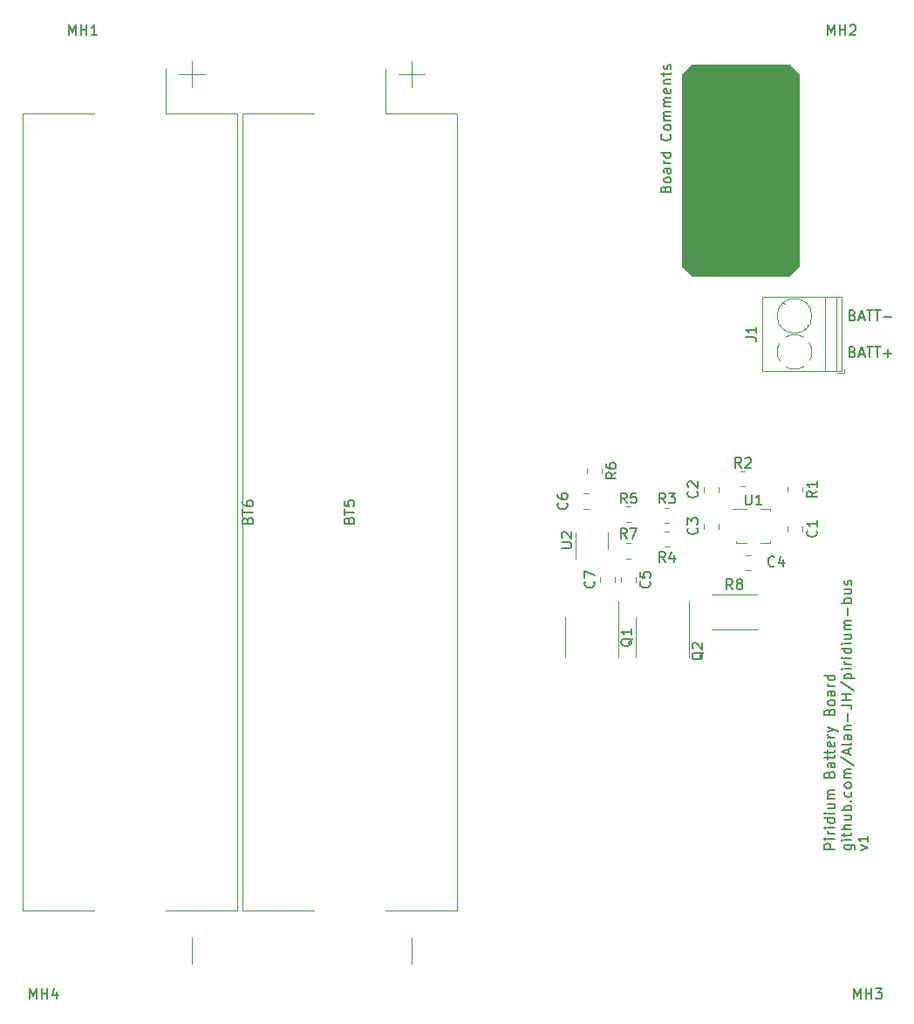
<source format=gbr>
%TF.GenerationSoftware,KiCad,Pcbnew,6.0.9*%
%TF.CreationDate,2022-12-14T22:15:18-05:00*%
%TF.ProjectId,piridium-eps,70697269-6469-4756-9d2d-6570732e6b69,rev?*%
%TF.SameCoordinates,Original*%
%TF.FileFunction,Legend,Top*%
%TF.FilePolarity,Positive*%
%FSLAX46Y46*%
G04 Gerber Fmt 4.6, Leading zero omitted, Abs format (unit mm)*
G04 Created by KiCad (PCBNEW 6.0.9) date 2022-12-14 22:15:18*
%MOMM*%
%LPD*%
G01*
G04 APERTURE LIST*
%ADD10C,0.150000*%
%ADD11C,0.120000*%
G04 APERTURE END LIST*
D10*
X185205904Y-79684571D02*
X185348761Y-79732190D01*
X185396380Y-79779809D01*
X185444000Y-79875047D01*
X185444000Y-80017904D01*
X185396380Y-80113142D01*
X185348761Y-80160761D01*
X185253523Y-80208380D01*
X184872571Y-80208380D01*
X184872571Y-79208380D01*
X185205904Y-79208380D01*
X185301142Y-79256000D01*
X185348761Y-79303619D01*
X185396380Y-79398857D01*
X185396380Y-79494095D01*
X185348761Y-79589333D01*
X185301142Y-79636952D01*
X185205904Y-79684571D01*
X184872571Y-79684571D01*
X185824952Y-79922666D02*
X186301142Y-79922666D01*
X185729714Y-80208380D02*
X186063047Y-79208380D01*
X186396380Y-80208380D01*
X186586857Y-79208380D02*
X187158285Y-79208380D01*
X186872571Y-80208380D02*
X186872571Y-79208380D01*
X187348761Y-79208380D02*
X187920190Y-79208380D01*
X187634476Y-80208380D02*
X187634476Y-79208380D01*
X188253523Y-79827428D02*
X189015428Y-79827428D01*
X167060571Y-67453595D02*
X167108190Y-67310738D01*
X167155809Y-67263119D01*
X167251047Y-67215500D01*
X167393904Y-67215500D01*
X167489142Y-67263119D01*
X167536761Y-67310738D01*
X167584380Y-67405976D01*
X167584380Y-67786928D01*
X166584380Y-67786928D01*
X166584380Y-67453595D01*
X166632000Y-67358357D01*
X166679619Y-67310738D01*
X166774857Y-67263119D01*
X166870095Y-67263119D01*
X166965333Y-67310738D01*
X167012952Y-67358357D01*
X167060571Y-67453595D01*
X167060571Y-67786928D01*
X167584380Y-66644071D02*
X167536761Y-66739309D01*
X167489142Y-66786928D01*
X167393904Y-66834547D01*
X167108190Y-66834547D01*
X167012952Y-66786928D01*
X166965333Y-66739309D01*
X166917714Y-66644071D01*
X166917714Y-66501214D01*
X166965333Y-66405976D01*
X167012952Y-66358357D01*
X167108190Y-66310738D01*
X167393904Y-66310738D01*
X167489142Y-66358357D01*
X167536761Y-66405976D01*
X167584380Y-66501214D01*
X167584380Y-66644071D01*
X167584380Y-65453595D02*
X167060571Y-65453595D01*
X166965333Y-65501214D01*
X166917714Y-65596452D01*
X166917714Y-65786928D01*
X166965333Y-65882166D01*
X167536761Y-65453595D02*
X167584380Y-65548833D01*
X167584380Y-65786928D01*
X167536761Y-65882166D01*
X167441523Y-65929785D01*
X167346285Y-65929785D01*
X167251047Y-65882166D01*
X167203428Y-65786928D01*
X167203428Y-65548833D01*
X167155809Y-65453595D01*
X167584380Y-64977404D02*
X166917714Y-64977404D01*
X167108190Y-64977404D02*
X167012952Y-64929785D01*
X166965333Y-64882166D01*
X166917714Y-64786928D01*
X166917714Y-64691690D01*
X167584380Y-63929785D02*
X166584380Y-63929785D01*
X167536761Y-63929785D02*
X167584380Y-64025023D01*
X167584380Y-64215500D01*
X167536761Y-64310738D01*
X167489142Y-64358357D01*
X167393904Y-64405976D01*
X167108190Y-64405976D01*
X167012952Y-64358357D01*
X166965333Y-64310738D01*
X166917714Y-64215500D01*
X166917714Y-64025023D01*
X166965333Y-63929785D01*
X167489142Y-62120261D02*
X167536761Y-62167880D01*
X167584380Y-62310738D01*
X167584380Y-62405976D01*
X167536761Y-62548833D01*
X167441523Y-62644071D01*
X167346285Y-62691690D01*
X167155809Y-62739309D01*
X167012952Y-62739309D01*
X166822476Y-62691690D01*
X166727238Y-62644071D01*
X166632000Y-62548833D01*
X166584380Y-62405976D01*
X166584380Y-62310738D01*
X166632000Y-62167880D01*
X166679619Y-62120261D01*
X167584380Y-61548833D02*
X167536761Y-61644071D01*
X167489142Y-61691690D01*
X167393904Y-61739309D01*
X167108190Y-61739309D01*
X167012952Y-61691690D01*
X166965333Y-61644071D01*
X166917714Y-61548833D01*
X166917714Y-61405976D01*
X166965333Y-61310738D01*
X167012952Y-61263119D01*
X167108190Y-61215500D01*
X167393904Y-61215500D01*
X167489142Y-61263119D01*
X167536761Y-61310738D01*
X167584380Y-61405976D01*
X167584380Y-61548833D01*
X167584380Y-60786928D02*
X166917714Y-60786928D01*
X167012952Y-60786928D02*
X166965333Y-60739309D01*
X166917714Y-60644071D01*
X166917714Y-60501214D01*
X166965333Y-60405976D01*
X167060571Y-60358357D01*
X167584380Y-60358357D01*
X167060571Y-60358357D02*
X166965333Y-60310738D01*
X166917714Y-60215500D01*
X166917714Y-60072642D01*
X166965333Y-59977404D01*
X167060571Y-59929785D01*
X167584380Y-59929785D01*
X167584380Y-59453595D02*
X166917714Y-59453595D01*
X167012952Y-59453595D02*
X166965333Y-59405976D01*
X166917714Y-59310738D01*
X166917714Y-59167880D01*
X166965333Y-59072642D01*
X167060571Y-59025023D01*
X167584380Y-59025023D01*
X167060571Y-59025023D02*
X166965333Y-58977404D01*
X166917714Y-58882166D01*
X166917714Y-58739309D01*
X166965333Y-58644071D01*
X167060571Y-58596452D01*
X167584380Y-58596452D01*
X167536761Y-57739309D02*
X167584380Y-57834547D01*
X167584380Y-58025023D01*
X167536761Y-58120261D01*
X167441523Y-58167880D01*
X167060571Y-58167880D01*
X166965333Y-58120261D01*
X166917714Y-58025023D01*
X166917714Y-57834547D01*
X166965333Y-57739309D01*
X167060571Y-57691690D01*
X167155809Y-57691690D01*
X167251047Y-58167880D01*
X166917714Y-57263119D02*
X167584380Y-57263119D01*
X167012952Y-57263119D02*
X166965333Y-57215500D01*
X166917714Y-57120261D01*
X166917714Y-56977404D01*
X166965333Y-56882166D01*
X167060571Y-56834547D01*
X167584380Y-56834547D01*
X166917714Y-56501214D02*
X166917714Y-56120261D01*
X166584380Y-56358357D02*
X167441523Y-56358357D01*
X167536761Y-56310738D01*
X167584380Y-56215500D01*
X167584380Y-56120261D01*
X167536761Y-55834547D02*
X167584380Y-55739309D01*
X167584380Y-55548833D01*
X167536761Y-55453595D01*
X167441523Y-55405976D01*
X167393904Y-55405976D01*
X167298666Y-55453595D01*
X167251047Y-55548833D01*
X167251047Y-55691690D01*
X167203428Y-55786928D01*
X167108190Y-55834547D01*
X167060571Y-55834547D01*
X166965333Y-55786928D01*
X166917714Y-55691690D01*
X166917714Y-55548833D01*
X166965333Y-55453595D01*
X183500380Y-131490404D02*
X182500380Y-131490404D01*
X182500380Y-131109452D01*
X182548000Y-131014214D01*
X182595619Y-130966595D01*
X182690857Y-130918976D01*
X182833714Y-130918976D01*
X182928952Y-130966595D01*
X182976571Y-131014214D01*
X183024190Y-131109452D01*
X183024190Y-131490404D01*
X183500380Y-130490404D02*
X182833714Y-130490404D01*
X182500380Y-130490404D02*
X182548000Y-130538023D01*
X182595619Y-130490404D01*
X182548000Y-130442785D01*
X182500380Y-130490404D01*
X182595619Y-130490404D01*
X183500380Y-130014214D02*
X182833714Y-130014214D01*
X183024190Y-130014214D02*
X182928952Y-129966595D01*
X182881333Y-129918976D01*
X182833714Y-129823738D01*
X182833714Y-129728500D01*
X183500380Y-129395166D02*
X182833714Y-129395166D01*
X182500380Y-129395166D02*
X182548000Y-129442785D01*
X182595619Y-129395166D01*
X182548000Y-129347547D01*
X182500380Y-129395166D01*
X182595619Y-129395166D01*
X183500380Y-128490404D02*
X182500380Y-128490404D01*
X183452761Y-128490404D02*
X183500380Y-128585642D01*
X183500380Y-128776119D01*
X183452761Y-128871357D01*
X183405142Y-128918976D01*
X183309904Y-128966595D01*
X183024190Y-128966595D01*
X182928952Y-128918976D01*
X182881333Y-128871357D01*
X182833714Y-128776119D01*
X182833714Y-128585642D01*
X182881333Y-128490404D01*
X183500380Y-128014214D02*
X182833714Y-128014214D01*
X182500380Y-128014214D02*
X182548000Y-128061833D01*
X182595619Y-128014214D01*
X182548000Y-127966595D01*
X182500380Y-128014214D01*
X182595619Y-128014214D01*
X182833714Y-127109452D02*
X183500380Y-127109452D01*
X182833714Y-127538023D02*
X183357523Y-127538023D01*
X183452761Y-127490404D01*
X183500380Y-127395166D01*
X183500380Y-127252309D01*
X183452761Y-127157071D01*
X183405142Y-127109452D01*
X183500380Y-126633261D02*
X182833714Y-126633261D01*
X182928952Y-126633261D02*
X182881333Y-126585642D01*
X182833714Y-126490404D01*
X182833714Y-126347547D01*
X182881333Y-126252309D01*
X182976571Y-126204690D01*
X183500380Y-126204690D01*
X182976571Y-126204690D02*
X182881333Y-126157071D01*
X182833714Y-126061833D01*
X182833714Y-125918976D01*
X182881333Y-125823738D01*
X182976571Y-125776119D01*
X183500380Y-125776119D01*
X182976571Y-124204690D02*
X183024190Y-124061833D01*
X183071809Y-124014214D01*
X183167047Y-123966595D01*
X183309904Y-123966595D01*
X183405142Y-124014214D01*
X183452761Y-124061833D01*
X183500380Y-124157071D01*
X183500380Y-124538023D01*
X182500380Y-124538023D01*
X182500380Y-124204690D01*
X182548000Y-124109452D01*
X182595619Y-124061833D01*
X182690857Y-124014214D01*
X182786095Y-124014214D01*
X182881333Y-124061833D01*
X182928952Y-124109452D01*
X182976571Y-124204690D01*
X182976571Y-124538023D01*
X183500380Y-123109452D02*
X182976571Y-123109452D01*
X182881333Y-123157071D01*
X182833714Y-123252309D01*
X182833714Y-123442785D01*
X182881333Y-123538023D01*
X183452761Y-123109452D02*
X183500380Y-123204690D01*
X183500380Y-123442785D01*
X183452761Y-123538023D01*
X183357523Y-123585642D01*
X183262285Y-123585642D01*
X183167047Y-123538023D01*
X183119428Y-123442785D01*
X183119428Y-123204690D01*
X183071809Y-123109452D01*
X182833714Y-122776119D02*
X182833714Y-122395166D01*
X182500380Y-122633261D02*
X183357523Y-122633261D01*
X183452761Y-122585642D01*
X183500380Y-122490404D01*
X183500380Y-122395166D01*
X182833714Y-122204690D02*
X182833714Y-121823738D01*
X182500380Y-122061833D02*
X183357523Y-122061833D01*
X183452761Y-122014214D01*
X183500380Y-121918976D01*
X183500380Y-121823738D01*
X183452761Y-121109452D02*
X183500380Y-121204690D01*
X183500380Y-121395166D01*
X183452761Y-121490404D01*
X183357523Y-121538023D01*
X182976571Y-121538023D01*
X182881333Y-121490404D01*
X182833714Y-121395166D01*
X182833714Y-121204690D01*
X182881333Y-121109452D01*
X182976571Y-121061833D01*
X183071809Y-121061833D01*
X183167047Y-121538023D01*
X183500380Y-120633261D02*
X182833714Y-120633261D01*
X183024190Y-120633261D02*
X182928952Y-120585642D01*
X182881333Y-120538023D01*
X182833714Y-120442785D01*
X182833714Y-120347547D01*
X182833714Y-120109452D02*
X183500380Y-119871357D01*
X182833714Y-119633261D02*
X183500380Y-119871357D01*
X183738476Y-119966595D01*
X183786095Y-120014214D01*
X183833714Y-120109452D01*
X182976571Y-118157071D02*
X183024190Y-118014214D01*
X183071809Y-117966595D01*
X183167047Y-117918976D01*
X183309904Y-117918976D01*
X183405142Y-117966595D01*
X183452761Y-118014214D01*
X183500380Y-118109452D01*
X183500380Y-118490404D01*
X182500380Y-118490404D01*
X182500380Y-118157071D01*
X182548000Y-118061833D01*
X182595619Y-118014214D01*
X182690857Y-117966595D01*
X182786095Y-117966595D01*
X182881333Y-118014214D01*
X182928952Y-118061833D01*
X182976571Y-118157071D01*
X182976571Y-118490404D01*
X183500380Y-117347547D02*
X183452761Y-117442785D01*
X183405142Y-117490404D01*
X183309904Y-117538023D01*
X183024190Y-117538023D01*
X182928952Y-117490404D01*
X182881333Y-117442785D01*
X182833714Y-117347547D01*
X182833714Y-117204690D01*
X182881333Y-117109452D01*
X182928952Y-117061833D01*
X183024190Y-117014214D01*
X183309904Y-117014214D01*
X183405142Y-117061833D01*
X183452761Y-117109452D01*
X183500380Y-117204690D01*
X183500380Y-117347547D01*
X183500380Y-116157071D02*
X182976571Y-116157071D01*
X182881333Y-116204690D01*
X182833714Y-116299928D01*
X182833714Y-116490404D01*
X182881333Y-116585642D01*
X183452761Y-116157071D02*
X183500380Y-116252309D01*
X183500380Y-116490404D01*
X183452761Y-116585642D01*
X183357523Y-116633261D01*
X183262285Y-116633261D01*
X183167047Y-116585642D01*
X183119428Y-116490404D01*
X183119428Y-116252309D01*
X183071809Y-116157071D01*
X183500380Y-115680880D02*
X182833714Y-115680880D01*
X183024190Y-115680880D02*
X182928952Y-115633261D01*
X182881333Y-115585642D01*
X182833714Y-115490404D01*
X182833714Y-115395166D01*
X183500380Y-114633261D02*
X182500380Y-114633261D01*
X183452761Y-114633261D02*
X183500380Y-114728500D01*
X183500380Y-114918976D01*
X183452761Y-115014214D01*
X183405142Y-115061833D01*
X183309904Y-115109452D01*
X183024190Y-115109452D01*
X182928952Y-115061833D01*
X182881333Y-115014214D01*
X182833714Y-114918976D01*
X182833714Y-114728500D01*
X182881333Y-114633261D01*
X184443714Y-131061833D02*
X185253238Y-131061833D01*
X185348476Y-131109452D01*
X185396095Y-131157071D01*
X185443714Y-131252309D01*
X185443714Y-131395166D01*
X185396095Y-131490404D01*
X185062761Y-131061833D02*
X185110380Y-131157071D01*
X185110380Y-131347547D01*
X185062761Y-131442785D01*
X185015142Y-131490404D01*
X184919904Y-131538023D01*
X184634190Y-131538023D01*
X184538952Y-131490404D01*
X184491333Y-131442785D01*
X184443714Y-131347547D01*
X184443714Y-131157071D01*
X184491333Y-131061833D01*
X185110380Y-130585642D02*
X184443714Y-130585642D01*
X184110380Y-130585642D02*
X184158000Y-130633261D01*
X184205619Y-130585642D01*
X184158000Y-130538023D01*
X184110380Y-130585642D01*
X184205619Y-130585642D01*
X184443714Y-130252309D02*
X184443714Y-129871357D01*
X184110380Y-130109452D02*
X184967523Y-130109452D01*
X185062761Y-130061833D01*
X185110380Y-129966595D01*
X185110380Y-129871357D01*
X185110380Y-129538023D02*
X184110380Y-129538023D01*
X185110380Y-129109452D02*
X184586571Y-129109452D01*
X184491333Y-129157071D01*
X184443714Y-129252309D01*
X184443714Y-129395166D01*
X184491333Y-129490404D01*
X184538952Y-129538023D01*
X184443714Y-128204690D02*
X185110380Y-128204690D01*
X184443714Y-128633261D02*
X184967523Y-128633261D01*
X185062761Y-128585642D01*
X185110380Y-128490404D01*
X185110380Y-128347547D01*
X185062761Y-128252309D01*
X185015142Y-128204690D01*
X185110380Y-127728500D02*
X184110380Y-127728500D01*
X184491333Y-127728500D02*
X184443714Y-127633261D01*
X184443714Y-127442785D01*
X184491333Y-127347547D01*
X184538952Y-127299928D01*
X184634190Y-127252309D01*
X184919904Y-127252309D01*
X185015142Y-127299928D01*
X185062761Y-127347547D01*
X185110380Y-127442785D01*
X185110380Y-127633261D01*
X185062761Y-127728500D01*
X185015142Y-126823738D02*
X185062761Y-126776119D01*
X185110380Y-126823738D01*
X185062761Y-126871357D01*
X185015142Y-126823738D01*
X185110380Y-126823738D01*
X185062761Y-125918976D02*
X185110380Y-126014214D01*
X185110380Y-126204690D01*
X185062761Y-126299928D01*
X185015142Y-126347547D01*
X184919904Y-126395166D01*
X184634190Y-126395166D01*
X184538952Y-126347547D01*
X184491333Y-126299928D01*
X184443714Y-126204690D01*
X184443714Y-126014214D01*
X184491333Y-125918976D01*
X185110380Y-125347547D02*
X185062761Y-125442785D01*
X185015142Y-125490404D01*
X184919904Y-125538023D01*
X184634190Y-125538023D01*
X184538952Y-125490404D01*
X184491333Y-125442785D01*
X184443714Y-125347547D01*
X184443714Y-125204690D01*
X184491333Y-125109452D01*
X184538952Y-125061833D01*
X184634190Y-125014214D01*
X184919904Y-125014214D01*
X185015142Y-125061833D01*
X185062761Y-125109452D01*
X185110380Y-125204690D01*
X185110380Y-125347547D01*
X185110380Y-124585642D02*
X184443714Y-124585642D01*
X184538952Y-124585642D02*
X184491333Y-124538023D01*
X184443714Y-124442785D01*
X184443714Y-124299928D01*
X184491333Y-124204690D01*
X184586571Y-124157071D01*
X185110380Y-124157071D01*
X184586571Y-124157071D02*
X184491333Y-124109452D01*
X184443714Y-124014214D01*
X184443714Y-123871357D01*
X184491333Y-123776119D01*
X184586571Y-123728500D01*
X185110380Y-123728500D01*
X184062761Y-122538023D02*
X185348476Y-123395166D01*
X184824666Y-122252309D02*
X184824666Y-121776119D01*
X185110380Y-122347547D02*
X184110380Y-122014214D01*
X185110380Y-121680880D01*
X185110380Y-121204690D02*
X185062761Y-121299928D01*
X184967523Y-121347547D01*
X184110380Y-121347547D01*
X185110380Y-120395166D02*
X184586571Y-120395166D01*
X184491333Y-120442785D01*
X184443714Y-120538023D01*
X184443714Y-120728500D01*
X184491333Y-120823738D01*
X185062761Y-120395166D02*
X185110380Y-120490404D01*
X185110380Y-120728500D01*
X185062761Y-120823738D01*
X184967523Y-120871357D01*
X184872285Y-120871357D01*
X184777047Y-120823738D01*
X184729428Y-120728500D01*
X184729428Y-120490404D01*
X184681809Y-120395166D01*
X184443714Y-119918976D02*
X185110380Y-119918976D01*
X184538952Y-119918976D02*
X184491333Y-119871357D01*
X184443714Y-119776119D01*
X184443714Y-119633261D01*
X184491333Y-119538023D01*
X184586571Y-119490404D01*
X185110380Y-119490404D01*
X184729428Y-119014214D02*
X184729428Y-118252309D01*
X184110380Y-117490404D02*
X184824666Y-117490404D01*
X184967523Y-117538023D01*
X185062761Y-117633261D01*
X185110380Y-117776119D01*
X185110380Y-117871357D01*
X185110380Y-117014214D02*
X184110380Y-117014214D01*
X184586571Y-117014214D02*
X184586571Y-116442785D01*
X185110380Y-116442785D02*
X184110380Y-116442785D01*
X184062761Y-115252309D02*
X185348476Y-116109452D01*
X184443714Y-114918976D02*
X185443714Y-114918976D01*
X184491333Y-114918976D02*
X184443714Y-114823738D01*
X184443714Y-114633261D01*
X184491333Y-114538023D01*
X184538952Y-114490404D01*
X184634190Y-114442785D01*
X184919904Y-114442785D01*
X185015142Y-114490404D01*
X185062761Y-114538023D01*
X185110380Y-114633261D01*
X185110380Y-114823738D01*
X185062761Y-114918976D01*
X185110380Y-114014214D02*
X184443714Y-114014214D01*
X184110380Y-114014214D02*
X184158000Y-114061833D01*
X184205619Y-114014214D01*
X184158000Y-113966595D01*
X184110380Y-114014214D01*
X184205619Y-114014214D01*
X185110380Y-113538023D02*
X184443714Y-113538023D01*
X184634190Y-113538023D02*
X184538952Y-113490404D01*
X184491333Y-113442785D01*
X184443714Y-113347547D01*
X184443714Y-113252309D01*
X185110380Y-112918976D02*
X184443714Y-112918976D01*
X184110380Y-112918976D02*
X184158000Y-112966595D01*
X184205619Y-112918976D01*
X184158000Y-112871357D01*
X184110380Y-112918976D01*
X184205619Y-112918976D01*
X185110380Y-112014214D02*
X184110380Y-112014214D01*
X185062761Y-112014214D02*
X185110380Y-112109452D01*
X185110380Y-112299928D01*
X185062761Y-112395166D01*
X185015142Y-112442785D01*
X184919904Y-112490404D01*
X184634190Y-112490404D01*
X184538952Y-112442785D01*
X184491333Y-112395166D01*
X184443714Y-112299928D01*
X184443714Y-112109452D01*
X184491333Y-112014214D01*
X185110380Y-111538023D02*
X184443714Y-111538023D01*
X184110380Y-111538023D02*
X184158000Y-111585642D01*
X184205619Y-111538023D01*
X184158000Y-111490404D01*
X184110380Y-111538023D01*
X184205619Y-111538023D01*
X184443714Y-110633261D02*
X185110380Y-110633261D01*
X184443714Y-111061833D02*
X184967523Y-111061833D01*
X185062761Y-111014214D01*
X185110380Y-110918976D01*
X185110380Y-110776119D01*
X185062761Y-110680880D01*
X185015142Y-110633261D01*
X185110380Y-110157071D02*
X184443714Y-110157071D01*
X184538952Y-110157071D02*
X184491333Y-110109452D01*
X184443714Y-110014214D01*
X184443714Y-109871357D01*
X184491333Y-109776119D01*
X184586571Y-109728500D01*
X185110380Y-109728500D01*
X184586571Y-109728500D02*
X184491333Y-109680880D01*
X184443714Y-109585642D01*
X184443714Y-109442785D01*
X184491333Y-109347547D01*
X184586571Y-109299928D01*
X185110380Y-109299928D01*
X184729428Y-108823738D02*
X184729428Y-108061833D01*
X185110380Y-107585642D02*
X184110380Y-107585642D01*
X184491333Y-107585642D02*
X184443714Y-107490404D01*
X184443714Y-107299928D01*
X184491333Y-107204690D01*
X184538952Y-107157071D01*
X184634190Y-107109452D01*
X184919904Y-107109452D01*
X185015142Y-107157071D01*
X185062761Y-107204690D01*
X185110380Y-107299928D01*
X185110380Y-107490404D01*
X185062761Y-107585642D01*
X184443714Y-106252309D02*
X185110380Y-106252309D01*
X184443714Y-106680880D02*
X184967523Y-106680880D01*
X185062761Y-106633261D01*
X185110380Y-106538023D01*
X185110380Y-106395166D01*
X185062761Y-106299928D01*
X185015142Y-106252309D01*
X185062761Y-105823738D02*
X185110380Y-105728500D01*
X185110380Y-105538023D01*
X185062761Y-105442785D01*
X184967523Y-105395166D01*
X184919904Y-105395166D01*
X184824666Y-105442785D01*
X184777047Y-105538023D01*
X184777047Y-105680880D01*
X184729428Y-105776119D01*
X184634190Y-105823738D01*
X184586571Y-105823738D01*
X184491333Y-105776119D01*
X184443714Y-105680880D01*
X184443714Y-105538023D01*
X184491333Y-105442785D01*
X186053714Y-131585642D02*
X186720380Y-131347547D01*
X186053714Y-131109452D01*
X186720380Y-130204690D02*
X186720380Y-130776119D01*
X186720380Y-130490404D02*
X185720380Y-130490404D01*
X185863238Y-130585642D01*
X185958476Y-130680880D01*
X186006095Y-130776119D01*
X185205904Y-83240571D02*
X185348761Y-83288190D01*
X185396380Y-83335809D01*
X185444000Y-83431047D01*
X185444000Y-83573904D01*
X185396380Y-83669142D01*
X185348761Y-83716761D01*
X185253523Y-83764380D01*
X184872571Y-83764380D01*
X184872571Y-82764380D01*
X185205904Y-82764380D01*
X185301142Y-82812000D01*
X185348761Y-82859619D01*
X185396380Y-82954857D01*
X185396380Y-83050095D01*
X185348761Y-83145333D01*
X185301142Y-83192952D01*
X185205904Y-83240571D01*
X184872571Y-83240571D01*
X185824952Y-83478666D02*
X186301142Y-83478666D01*
X185729714Y-83764380D02*
X186063047Y-82764380D01*
X186396380Y-83764380D01*
X186586857Y-82764380D02*
X187158285Y-82764380D01*
X186872571Y-83764380D02*
X186872571Y-82764380D01*
X187348761Y-82764380D02*
X187920190Y-82764380D01*
X187634476Y-83764380D02*
X187634476Y-82764380D01*
X188253523Y-83383428D02*
X189015428Y-83383428D01*
X188634476Y-83764380D02*
X188634476Y-83002476D01*
%TO.C,MH1*%
X109156666Y-52532380D02*
X109156666Y-51532380D01*
X109490000Y-52246666D01*
X109823333Y-51532380D01*
X109823333Y-52532380D01*
X110299523Y-52532380D02*
X110299523Y-51532380D01*
X110299523Y-52008571D02*
X110870952Y-52008571D01*
X110870952Y-52532380D02*
X110870952Y-51532380D01*
X111870952Y-52532380D02*
X111299523Y-52532380D01*
X111585238Y-52532380D02*
X111585238Y-51532380D01*
X111490000Y-51675238D01*
X111394761Y-51770476D01*
X111299523Y-51818095D01*
%TO.C,MH2*%
X182816666Y-52532380D02*
X182816666Y-51532380D01*
X183150000Y-52246666D01*
X183483333Y-51532380D01*
X183483333Y-52532380D01*
X183959523Y-52532380D02*
X183959523Y-51532380D01*
X183959523Y-52008571D02*
X184530952Y-52008571D01*
X184530952Y-52532380D02*
X184530952Y-51532380D01*
X184959523Y-51627619D02*
X185007142Y-51580000D01*
X185102380Y-51532380D01*
X185340476Y-51532380D01*
X185435714Y-51580000D01*
X185483333Y-51627619D01*
X185530952Y-51722857D01*
X185530952Y-51818095D01*
X185483333Y-51960952D01*
X184911904Y-52532380D01*
X185530952Y-52532380D01*
%TO.C,MH3*%
X185356666Y-145994380D02*
X185356666Y-144994380D01*
X185690000Y-145708666D01*
X186023333Y-144994380D01*
X186023333Y-145994380D01*
X186499523Y-145994380D02*
X186499523Y-144994380D01*
X186499523Y-145470571D02*
X187070952Y-145470571D01*
X187070952Y-145994380D02*
X187070952Y-144994380D01*
X187451904Y-144994380D02*
X188070952Y-144994380D01*
X187737619Y-145375333D01*
X187880476Y-145375333D01*
X187975714Y-145422952D01*
X188023333Y-145470571D01*
X188070952Y-145565809D01*
X188070952Y-145803904D01*
X188023333Y-145899142D01*
X187975714Y-145946761D01*
X187880476Y-145994380D01*
X187594761Y-145994380D01*
X187499523Y-145946761D01*
X187451904Y-145899142D01*
%TO.C,MH4*%
X105346666Y-145994380D02*
X105346666Y-144994380D01*
X105680000Y-145708666D01*
X106013333Y-144994380D01*
X106013333Y-145994380D01*
X106489523Y-145994380D02*
X106489523Y-144994380D01*
X106489523Y-145470571D02*
X107060952Y-145470571D01*
X107060952Y-145994380D02*
X107060952Y-144994380D01*
X107965714Y-145327714D02*
X107965714Y-145994380D01*
X107727619Y-144946761D02*
X107489523Y-145661047D01*
X108108571Y-145661047D01*
%TO.C,C7*%
X160094142Y-105511666D02*
X160141761Y-105559285D01*
X160189380Y-105702142D01*
X160189380Y-105797380D01*
X160141761Y-105940238D01*
X160046523Y-106035476D01*
X159951285Y-106083095D01*
X159760809Y-106130714D01*
X159617952Y-106130714D01*
X159427476Y-106083095D01*
X159332238Y-106035476D01*
X159237000Y-105940238D01*
X159189380Y-105797380D01*
X159189380Y-105702142D01*
X159237000Y-105559285D01*
X159284619Y-105511666D01*
X159189380Y-105178333D02*
X159189380Y-104511666D01*
X160189380Y-104940238D01*
%TO.C,C6*%
X157456142Y-97891666D02*
X157503761Y-97939285D01*
X157551380Y-98082142D01*
X157551380Y-98177380D01*
X157503761Y-98320238D01*
X157408523Y-98415476D01*
X157313285Y-98463095D01*
X157122809Y-98510714D01*
X156979952Y-98510714D01*
X156789476Y-98463095D01*
X156694238Y-98415476D01*
X156599000Y-98320238D01*
X156551380Y-98177380D01*
X156551380Y-98082142D01*
X156599000Y-97939285D01*
X156646619Y-97891666D01*
X156551380Y-97034523D02*
X156551380Y-97225000D01*
X156599000Y-97320238D01*
X156646619Y-97367857D01*
X156789476Y-97463095D01*
X156979952Y-97510714D01*
X157360904Y-97510714D01*
X157456142Y-97463095D01*
X157503761Y-97415476D01*
X157551380Y-97320238D01*
X157551380Y-97129761D01*
X157503761Y-97034523D01*
X157456142Y-96986904D01*
X157360904Y-96939285D01*
X157122809Y-96939285D01*
X157027571Y-96986904D01*
X156979952Y-97034523D01*
X156932333Y-97129761D01*
X156932333Y-97320238D01*
X156979952Y-97415476D01*
X157027571Y-97463095D01*
X157122809Y-97510714D01*
%TO.C,C1*%
X181683642Y-100561166D02*
X181731261Y-100608785D01*
X181778880Y-100751642D01*
X181778880Y-100846880D01*
X181731261Y-100989738D01*
X181636023Y-101084976D01*
X181540785Y-101132595D01*
X181350309Y-101180214D01*
X181207452Y-101180214D01*
X181016976Y-101132595D01*
X180921738Y-101084976D01*
X180826500Y-100989738D01*
X180778880Y-100846880D01*
X180778880Y-100751642D01*
X180826500Y-100608785D01*
X180874119Y-100561166D01*
X181778880Y-99608785D02*
X181778880Y-100180214D01*
X181778880Y-99894500D02*
X180778880Y-99894500D01*
X180921738Y-99989738D01*
X181016976Y-100084976D01*
X181064595Y-100180214D01*
%TO.C,Q2*%
X170727619Y-112363238D02*
X170680000Y-112458476D01*
X170584761Y-112553714D01*
X170441904Y-112696571D01*
X170394285Y-112791809D01*
X170394285Y-112887047D01*
X170632380Y-112839428D02*
X170584761Y-112934666D01*
X170489523Y-113029904D01*
X170299047Y-113077523D01*
X169965714Y-113077523D01*
X169775238Y-113029904D01*
X169680000Y-112934666D01*
X169632380Y-112839428D01*
X169632380Y-112648952D01*
X169680000Y-112553714D01*
X169775238Y-112458476D01*
X169965714Y-112410857D01*
X170299047Y-112410857D01*
X170489523Y-112458476D01*
X170584761Y-112553714D01*
X170632380Y-112648952D01*
X170632380Y-112839428D01*
X169727619Y-112029904D02*
X169680000Y-111982285D01*
X169632380Y-111887047D01*
X169632380Y-111648952D01*
X169680000Y-111553714D01*
X169727619Y-111506095D01*
X169822857Y-111458476D01*
X169918095Y-111458476D01*
X170060952Y-111506095D01*
X170632380Y-112077523D01*
X170632380Y-111458476D01*
%TO.C,R7*%
X163282333Y-101353380D02*
X162949000Y-100877190D01*
X162710904Y-101353380D02*
X162710904Y-100353380D01*
X163091857Y-100353380D01*
X163187095Y-100401000D01*
X163234714Y-100448619D01*
X163282333Y-100543857D01*
X163282333Y-100686714D01*
X163234714Y-100781952D01*
X163187095Y-100829571D01*
X163091857Y-100877190D01*
X162710904Y-100877190D01*
X163615666Y-100353380D02*
X164282333Y-100353380D01*
X163853761Y-101353380D01*
%TO.C,C2*%
X170097642Y-96751166D02*
X170145261Y-96798785D01*
X170192880Y-96941642D01*
X170192880Y-97036880D01*
X170145261Y-97179738D01*
X170050023Y-97274976D01*
X169954785Y-97322595D01*
X169764309Y-97370214D01*
X169621452Y-97370214D01*
X169430976Y-97322595D01*
X169335738Y-97274976D01*
X169240500Y-97179738D01*
X169192880Y-97036880D01*
X169192880Y-96941642D01*
X169240500Y-96798785D01*
X169288119Y-96751166D01*
X169288119Y-96370214D02*
X169240500Y-96322595D01*
X169192880Y-96227357D01*
X169192880Y-95989261D01*
X169240500Y-95894023D01*
X169288119Y-95846404D01*
X169383357Y-95798785D01*
X169478595Y-95798785D01*
X169621452Y-95846404D01*
X170192880Y-96417833D01*
X170192880Y-95798785D01*
%TO.C,R3*%
X167033833Y-97926880D02*
X166700500Y-97450690D01*
X166462404Y-97926880D02*
X166462404Y-96926880D01*
X166843357Y-96926880D01*
X166938595Y-96974500D01*
X166986214Y-97022119D01*
X167033833Y-97117357D01*
X167033833Y-97260214D01*
X166986214Y-97355452D01*
X166938595Y-97403071D01*
X166843357Y-97450690D01*
X166462404Y-97450690D01*
X167367166Y-96926880D02*
X167986214Y-96926880D01*
X167652880Y-97307833D01*
X167795738Y-97307833D01*
X167890976Y-97355452D01*
X167938595Y-97403071D01*
X167986214Y-97498309D01*
X167986214Y-97736404D01*
X167938595Y-97831642D01*
X167890976Y-97879261D01*
X167795738Y-97926880D01*
X167510023Y-97926880D01*
X167414785Y-97879261D01*
X167367166Y-97831642D01*
%TO.C,R5*%
X163282333Y-97923380D02*
X162949000Y-97447190D01*
X162710904Y-97923380D02*
X162710904Y-96923380D01*
X163091857Y-96923380D01*
X163187095Y-96971000D01*
X163234714Y-97018619D01*
X163282333Y-97113857D01*
X163282333Y-97256714D01*
X163234714Y-97351952D01*
X163187095Y-97399571D01*
X163091857Y-97447190D01*
X162710904Y-97447190D01*
X164187095Y-96923380D02*
X163710904Y-96923380D01*
X163663285Y-97399571D01*
X163710904Y-97351952D01*
X163806142Y-97304333D01*
X164044238Y-97304333D01*
X164139476Y-97351952D01*
X164187095Y-97399571D01*
X164234714Y-97494809D01*
X164234714Y-97732904D01*
X164187095Y-97828142D01*
X164139476Y-97875761D01*
X164044238Y-97923380D01*
X163806142Y-97923380D01*
X163710904Y-97875761D01*
X163663285Y-97828142D01*
%TO.C,R2*%
X174399833Y-94496880D02*
X174066500Y-94020690D01*
X173828404Y-94496880D02*
X173828404Y-93496880D01*
X174209357Y-93496880D01*
X174304595Y-93544500D01*
X174352214Y-93592119D01*
X174399833Y-93687357D01*
X174399833Y-93830214D01*
X174352214Y-93925452D01*
X174304595Y-93973071D01*
X174209357Y-94020690D01*
X173828404Y-94020690D01*
X174780785Y-93592119D02*
X174828404Y-93544500D01*
X174923642Y-93496880D01*
X175161738Y-93496880D01*
X175256976Y-93544500D01*
X175304595Y-93592119D01*
X175352214Y-93687357D01*
X175352214Y-93782595D01*
X175304595Y-93925452D01*
X174733166Y-94496880D01*
X175352214Y-94496880D01*
%TO.C,R4*%
X167033833Y-103640880D02*
X166700500Y-103164690D01*
X166462404Y-103640880D02*
X166462404Y-102640880D01*
X166843357Y-102640880D01*
X166938595Y-102688500D01*
X166986214Y-102736119D01*
X167033833Y-102831357D01*
X167033833Y-102974214D01*
X166986214Y-103069452D01*
X166938595Y-103117071D01*
X166843357Y-103164690D01*
X166462404Y-103164690D01*
X167890976Y-102974214D02*
X167890976Y-103640880D01*
X167652880Y-102593261D02*
X167414785Y-103307547D01*
X168033833Y-103307547D01*
%TO.C,C4*%
X177633333Y-103989142D02*
X177585714Y-104036761D01*
X177442857Y-104084380D01*
X177347619Y-104084380D01*
X177204761Y-104036761D01*
X177109523Y-103941523D01*
X177061904Y-103846285D01*
X177014285Y-103655809D01*
X177014285Y-103512952D01*
X177061904Y-103322476D01*
X177109523Y-103227238D01*
X177204761Y-103132000D01*
X177347619Y-103084380D01*
X177442857Y-103084380D01*
X177585714Y-103132000D01*
X177633333Y-103179619D01*
X178490476Y-103417714D02*
X178490476Y-104084380D01*
X178252380Y-103036761D02*
X178014285Y-103751047D01*
X178633333Y-103751047D01*
%TO.C,BT6*%
X126490571Y-99591714D02*
X126538190Y-99448857D01*
X126585809Y-99401238D01*
X126681047Y-99353619D01*
X126823904Y-99353619D01*
X126919142Y-99401238D01*
X126966761Y-99448857D01*
X127014380Y-99544095D01*
X127014380Y-99925047D01*
X126014380Y-99925047D01*
X126014380Y-99591714D01*
X126062000Y-99496476D01*
X126109619Y-99448857D01*
X126204857Y-99401238D01*
X126300095Y-99401238D01*
X126395333Y-99448857D01*
X126442952Y-99496476D01*
X126490571Y-99591714D01*
X126490571Y-99925047D01*
X126014380Y-99067904D02*
X126014380Y-98496476D01*
X127014380Y-98782190D02*
X126014380Y-98782190D01*
X126014380Y-97734571D02*
X126014380Y-97925047D01*
X126062000Y-98020285D01*
X126109619Y-98067904D01*
X126252476Y-98163142D01*
X126442952Y-98210761D01*
X126823904Y-98210761D01*
X126919142Y-98163142D01*
X126966761Y-98115523D01*
X127014380Y-98020285D01*
X127014380Y-97829809D01*
X126966761Y-97734571D01*
X126919142Y-97686952D01*
X126823904Y-97639333D01*
X126585809Y-97639333D01*
X126490571Y-97686952D01*
X126442952Y-97734571D01*
X126395333Y-97829809D01*
X126395333Y-98020285D01*
X126442952Y-98115523D01*
X126490571Y-98163142D01*
X126585809Y-98210761D01*
%TO.C,Q1*%
X163840619Y-111028238D02*
X163793000Y-111123476D01*
X163697761Y-111218714D01*
X163554904Y-111361571D01*
X163507285Y-111456809D01*
X163507285Y-111552047D01*
X163745380Y-111504428D02*
X163697761Y-111599666D01*
X163602523Y-111694904D01*
X163412047Y-111742523D01*
X163078714Y-111742523D01*
X162888238Y-111694904D01*
X162793000Y-111599666D01*
X162745380Y-111504428D01*
X162745380Y-111313952D01*
X162793000Y-111218714D01*
X162888238Y-111123476D01*
X163078714Y-111075857D01*
X163412047Y-111075857D01*
X163602523Y-111123476D01*
X163697761Y-111218714D01*
X163745380Y-111313952D01*
X163745380Y-111504428D01*
X163745380Y-110123476D02*
X163745380Y-110694904D01*
X163745380Y-110409190D02*
X162745380Y-110409190D01*
X162888238Y-110504428D01*
X162983476Y-110599666D01*
X163031095Y-110694904D01*
%TO.C,J1*%
X174870380Y-81839333D02*
X175584666Y-81839333D01*
X175727523Y-81886952D01*
X175822761Y-81982190D01*
X175870380Y-82125047D01*
X175870380Y-82220285D01*
X175870380Y-80839333D02*
X175870380Y-81410761D01*
X175870380Y-81125047D02*
X174870380Y-81125047D01*
X175013238Y-81220285D01*
X175108476Y-81315523D01*
X175156095Y-81410761D01*
%TO.C,C3*%
X170097642Y-100307166D02*
X170145261Y-100354785D01*
X170192880Y-100497642D01*
X170192880Y-100592880D01*
X170145261Y-100735738D01*
X170050023Y-100830976D01*
X169954785Y-100878595D01*
X169764309Y-100926214D01*
X169621452Y-100926214D01*
X169430976Y-100878595D01*
X169335738Y-100830976D01*
X169240500Y-100735738D01*
X169192880Y-100592880D01*
X169192880Y-100497642D01*
X169240500Y-100354785D01*
X169288119Y-100307166D01*
X169192880Y-99973833D02*
X169192880Y-99354785D01*
X169573833Y-99688119D01*
X169573833Y-99545261D01*
X169621452Y-99450023D01*
X169669071Y-99402404D01*
X169764309Y-99354785D01*
X170002404Y-99354785D01*
X170097642Y-99402404D01*
X170145261Y-99450023D01*
X170192880Y-99545261D01*
X170192880Y-99830976D01*
X170145261Y-99926214D01*
X170097642Y-99973833D01*
%TO.C,R1*%
X181748880Y-96751166D02*
X181272690Y-97084500D01*
X181748880Y-97322595D02*
X180748880Y-97322595D01*
X180748880Y-96941642D01*
X180796500Y-96846404D01*
X180844119Y-96798785D01*
X180939357Y-96751166D01*
X181082214Y-96751166D01*
X181177452Y-96798785D01*
X181225071Y-96846404D01*
X181272690Y-96941642D01*
X181272690Y-97322595D01*
X181748880Y-95798785D02*
X181748880Y-96370214D01*
X181748880Y-96084500D02*
X180748880Y-96084500D01*
X180891738Y-96179738D01*
X180986976Y-96274976D01*
X181034595Y-96370214D01*
%TO.C,C5*%
X165486142Y-105511666D02*
X165533761Y-105559285D01*
X165581380Y-105702142D01*
X165581380Y-105797380D01*
X165533761Y-105940238D01*
X165438523Y-106035476D01*
X165343285Y-106083095D01*
X165152809Y-106130714D01*
X165009952Y-106130714D01*
X164819476Y-106083095D01*
X164724238Y-106035476D01*
X164629000Y-105940238D01*
X164581380Y-105797380D01*
X164581380Y-105702142D01*
X164629000Y-105559285D01*
X164676619Y-105511666D01*
X164581380Y-104606904D02*
X164581380Y-105083095D01*
X165057571Y-105130714D01*
X165009952Y-105083095D01*
X164962333Y-104987857D01*
X164962333Y-104749761D01*
X165009952Y-104654523D01*
X165057571Y-104606904D01*
X165152809Y-104559285D01*
X165390904Y-104559285D01*
X165486142Y-104606904D01*
X165533761Y-104654523D01*
X165581380Y-104749761D01*
X165581380Y-104987857D01*
X165533761Y-105083095D01*
X165486142Y-105130714D01*
%TO.C,BT5*%
X136326571Y-99591714D02*
X136374190Y-99448857D01*
X136421809Y-99401238D01*
X136517047Y-99353619D01*
X136659904Y-99353619D01*
X136755142Y-99401238D01*
X136802761Y-99448857D01*
X136850380Y-99544095D01*
X136850380Y-99925047D01*
X135850380Y-99925047D01*
X135850380Y-99591714D01*
X135898000Y-99496476D01*
X135945619Y-99448857D01*
X136040857Y-99401238D01*
X136136095Y-99401238D01*
X136231333Y-99448857D01*
X136278952Y-99496476D01*
X136326571Y-99591714D01*
X136326571Y-99925047D01*
X135850380Y-99067904D02*
X135850380Y-98496476D01*
X136850380Y-98782190D02*
X135850380Y-98782190D01*
X135850380Y-97686952D02*
X135850380Y-98163142D01*
X136326571Y-98210761D01*
X136278952Y-98163142D01*
X136231333Y-98067904D01*
X136231333Y-97829809D01*
X136278952Y-97734571D01*
X136326571Y-97686952D01*
X136421809Y-97639333D01*
X136659904Y-97639333D01*
X136755142Y-97686952D01*
X136802761Y-97734571D01*
X136850380Y-97829809D01*
X136850380Y-98067904D01*
X136802761Y-98163142D01*
X136755142Y-98210761D01*
%TO.C,R6*%
X162249380Y-94947166D02*
X161773190Y-95280500D01*
X162249380Y-95518595D02*
X161249380Y-95518595D01*
X161249380Y-95137642D01*
X161297000Y-95042404D01*
X161344619Y-94994785D01*
X161439857Y-94947166D01*
X161582714Y-94947166D01*
X161677952Y-94994785D01*
X161725571Y-95042404D01*
X161773190Y-95137642D01*
X161773190Y-95518595D01*
X161249380Y-94090023D02*
X161249380Y-94280500D01*
X161297000Y-94375738D01*
X161344619Y-94423357D01*
X161487476Y-94518595D01*
X161677952Y-94566214D01*
X162058904Y-94566214D01*
X162154142Y-94518595D01*
X162201761Y-94470976D01*
X162249380Y-94375738D01*
X162249380Y-94185261D01*
X162201761Y-94090023D01*
X162154142Y-94042404D01*
X162058904Y-93994785D01*
X161820809Y-93994785D01*
X161725571Y-94042404D01*
X161677952Y-94090023D01*
X161630333Y-94185261D01*
X161630333Y-94375738D01*
X161677952Y-94470976D01*
X161725571Y-94518595D01*
X161820809Y-94566214D01*
%TO.C,R8*%
X173569333Y-106290380D02*
X173236000Y-105814190D01*
X172997904Y-106290380D02*
X172997904Y-105290380D01*
X173378857Y-105290380D01*
X173474095Y-105338000D01*
X173521714Y-105385619D01*
X173569333Y-105480857D01*
X173569333Y-105623714D01*
X173521714Y-105718952D01*
X173474095Y-105766571D01*
X173378857Y-105814190D01*
X172997904Y-105814190D01*
X174140761Y-105718952D02*
X174045523Y-105671333D01*
X173997904Y-105623714D01*
X173950285Y-105528476D01*
X173950285Y-105480857D01*
X173997904Y-105385619D01*
X174045523Y-105338000D01*
X174140761Y-105290380D01*
X174331238Y-105290380D01*
X174426476Y-105338000D01*
X174474095Y-105385619D01*
X174521714Y-105480857D01*
X174521714Y-105528476D01*
X174474095Y-105623714D01*
X174426476Y-105671333D01*
X174331238Y-105718952D01*
X174140761Y-105718952D01*
X174045523Y-105766571D01*
X173997904Y-105814190D01*
X173950285Y-105909428D01*
X173950285Y-106099904D01*
X173997904Y-106195142D01*
X174045523Y-106242761D01*
X174140761Y-106290380D01*
X174331238Y-106290380D01*
X174426476Y-106242761D01*
X174474095Y-106195142D01*
X174521714Y-106099904D01*
X174521714Y-105909428D01*
X174474095Y-105814190D01*
X174426476Y-105766571D01*
X174331238Y-105718952D01*
%TO.C,U2*%
X156945380Y-102296904D02*
X157754904Y-102296904D01*
X157850142Y-102249285D01*
X157897761Y-102201666D01*
X157945380Y-102106428D01*
X157945380Y-101915952D01*
X157897761Y-101820714D01*
X157850142Y-101773095D01*
X157754904Y-101725476D01*
X156945380Y-101725476D01*
X157040619Y-101296904D02*
X156993000Y-101249285D01*
X156945380Y-101154047D01*
X156945380Y-100915952D01*
X156993000Y-100820714D01*
X157040619Y-100773095D01*
X157135857Y-100725476D01*
X157231095Y-100725476D01*
X157373952Y-100773095D01*
X157945380Y-101344523D01*
X157945380Y-100725476D01*
%TO.C,U1*%
X174820595Y-97092880D02*
X174820595Y-97902404D01*
X174868214Y-97997642D01*
X174915833Y-98045261D01*
X175011071Y-98092880D01*
X175201547Y-98092880D01*
X175296785Y-98045261D01*
X175344404Y-97997642D01*
X175392023Y-97902404D01*
X175392023Y-97092880D01*
X176392023Y-98092880D02*
X175820595Y-98092880D01*
X176106309Y-98092880D02*
X176106309Y-97092880D01*
X176011071Y-97235738D01*
X175915833Y-97330976D01*
X175820595Y-97378595D01*
D11*
%TO.C,C7*%
X160682000Y-105606252D02*
X160682000Y-105083748D01*
X162152000Y-105606252D02*
X162152000Y-105083748D01*
%TO.C,C6*%
X159580252Y-96990000D02*
X159057748Y-96990000D01*
X159580252Y-98460000D02*
X159057748Y-98460000D01*
%TO.C,C1*%
X178911500Y-100133248D02*
X178911500Y-100655752D01*
X180381500Y-100133248D02*
X180381500Y-100655752D01*
%TO.C,Q2*%
X164191000Y-110933000D02*
X164191000Y-108983000D01*
X169311000Y-110933000D02*
X169311000Y-107483000D01*
X164191000Y-110933000D02*
X164191000Y-112883000D01*
X169311000Y-110933000D02*
X169311000Y-112883000D01*
%TO.C,R7*%
X163221936Y-103286000D02*
X163676064Y-103286000D01*
X163221936Y-101816000D02*
X163676064Y-101816000D01*
%TO.C,C2*%
X170783500Y-96323248D02*
X170783500Y-96845752D01*
X172253500Y-96323248D02*
X172253500Y-96845752D01*
%TO.C,R3*%
X166973436Y-98389500D02*
X167427564Y-98389500D01*
X166973436Y-99859500D02*
X167427564Y-99859500D01*
%TO.C,R5*%
X163676064Y-99730000D02*
X163221936Y-99730000D01*
X163676064Y-98260000D02*
X163221936Y-98260000D01*
%TO.C,R2*%
X174793564Y-96303500D02*
X174339436Y-96303500D01*
X174793564Y-94833500D02*
X174339436Y-94833500D01*
%TO.C,R4*%
X166973436Y-100675500D02*
X167427564Y-100675500D01*
X166973436Y-102145500D02*
X167427564Y-102145500D01*
%TO.C,C4*%
X174813248Y-102961500D02*
X175335752Y-102961500D01*
X174813248Y-104431500D02*
X175335752Y-104431500D01*
%TO.C,BT6*%
X121062000Y-55056000D02*
X121062000Y-57556000D01*
X121062000Y-142556000D02*
X121062000Y-140056000D01*
X119812000Y-56306000D02*
X122312000Y-56306000D01*
X104622000Y-137446000D02*
X104622000Y-60166000D01*
X111622000Y-137446000D02*
X104622000Y-137446000D01*
X118502000Y-60166000D02*
X118502000Y-55806000D01*
X125502000Y-137446000D02*
X125502000Y-60166000D01*
X125502000Y-60166000D02*
X118502000Y-60166000D01*
X104622000Y-60166000D02*
X111622000Y-60166000D01*
X118502000Y-137446000D02*
X125482000Y-137446000D01*
%TO.C,Q1*%
X157333000Y-110933000D02*
X157333000Y-108983000D01*
X162453000Y-110933000D02*
X162453000Y-107483000D01*
X162453000Y-110933000D02*
X162453000Y-112883000D01*
X157333000Y-110933000D02*
X157333000Y-112883000D01*
%TO.C,J1*%
X183678000Y-85066000D02*
X183678000Y-77946000D01*
X184138000Y-85066000D02*
X184138000Y-77946000D01*
X176418000Y-85066000D02*
X184138000Y-85066000D01*
X178509000Y-78481000D02*
X178637000Y-78610000D01*
X176418000Y-85066000D02*
X176418000Y-77946000D01*
X180759000Y-80731000D02*
X180852000Y-80825000D01*
X182578000Y-85066000D02*
X182578000Y-77946000D01*
X180519000Y-80901000D02*
X180647000Y-81030000D01*
X183738000Y-85306000D02*
X184378000Y-85306000D01*
X178303000Y-78686000D02*
X178397000Y-78780000D01*
X184378000Y-85306000D02*
X184378000Y-84906000D01*
X176418000Y-77946000D02*
X184138000Y-77946000D01*
X181018000Y-84122000D02*
G75*
G03*
X181258099Y-83227326I-1440014J866003D01*
G01*
X181258000Y-83256000D02*
G75*
G03*
X181002721Y-82365736I-1679990J3D01*
G01*
X180469000Y-81831000D02*
G75*
G03*
X178687807Y-81830496I-891000J-1425003D01*
G01*
X178137999Y-82390000D02*
G75*
G03*
X178152642Y-84145894I1439999J-866000D01*
G01*
X178712000Y-84696001D02*
G75*
G03*
X180467894Y-84681358I866000J1439999D01*
G01*
X181258000Y-79756000D02*
G75*
G03*
X181258000Y-79756000I-1680000J0D01*
G01*
%TO.C,C3*%
X170783500Y-99879248D02*
X170783500Y-100401752D01*
X172253500Y-99879248D02*
X172253500Y-100401752D01*
%TO.C,R1*%
X178911500Y-96357436D02*
X178911500Y-96811564D01*
X180381500Y-96357436D02*
X180381500Y-96811564D01*
%TO.C,C5*%
X162714000Y-105083748D02*
X162714000Y-105606252D01*
X164184000Y-105083748D02*
X164184000Y-105606252D01*
%TO.C,BT5*%
X139838000Y-60166000D02*
X139838000Y-55806000D01*
X125958000Y-60166000D02*
X132958000Y-60166000D01*
X132958000Y-137446000D02*
X125958000Y-137446000D01*
X142398000Y-55056000D02*
X142398000Y-57556000D01*
X141148000Y-56306000D02*
X143648000Y-56306000D01*
X125958000Y-137446000D02*
X125958000Y-60166000D01*
X146838000Y-137446000D02*
X146838000Y-60166000D01*
X139838000Y-137446000D02*
X146818000Y-137446000D01*
X142398000Y-142556000D02*
X142398000Y-140056000D01*
X146838000Y-60166000D02*
X139838000Y-60166000D01*
%TO.C,R6*%
X159412000Y-94553436D02*
X159412000Y-95007564D01*
X160882000Y-94553436D02*
X160882000Y-95007564D01*
%TO.C,R8*%
X171558936Y-110168000D02*
X175913064Y-110168000D01*
X171558936Y-106748000D02*
X175913064Y-106748000D01*
%TO.C,U2*%
X161453000Y-101535000D02*
X161453000Y-102335000D01*
X158333000Y-101535000D02*
X158333000Y-103335000D01*
X161453000Y-101535000D02*
X161453000Y-100735000D01*
X158333000Y-101535000D02*
X158333000Y-100735000D01*
%TO.C,U1*%
X176282500Y-98490500D02*
X177232500Y-98490500D01*
X177232500Y-101590500D02*
X177232500Y-101790500D01*
X173932500Y-101790500D02*
X174882500Y-101790500D01*
X176282500Y-101790500D02*
X177232500Y-101790500D01*
X173582500Y-98490500D02*
X174882500Y-98490500D01*
X173932500Y-101790500D02*
X173932500Y-101590500D01*
X177232500Y-98690500D02*
X177232500Y-98490500D01*
%TD*%
G36*
X179101931Y-55392002D02*
G01*
X179122905Y-55408905D01*
X180049095Y-56335095D01*
X180083121Y-56397407D01*
X180086000Y-56424190D01*
X180086000Y-74893810D01*
X180065998Y-74961931D01*
X180049095Y-74982905D01*
X179122905Y-75909095D01*
X179060593Y-75943121D01*
X179033810Y-75946000D01*
X169708190Y-75946000D01*
X169640069Y-75925998D01*
X169619095Y-75909095D01*
X168692905Y-74982905D01*
X168658879Y-74920593D01*
X168656000Y-74893810D01*
X168656000Y-56424190D01*
X168676002Y-56356069D01*
X168692905Y-56335095D01*
X169619095Y-55408905D01*
X169681407Y-55374879D01*
X169708190Y-55372000D01*
X179033810Y-55372000D01*
X179101931Y-55392002D01*
G37*
M02*

</source>
